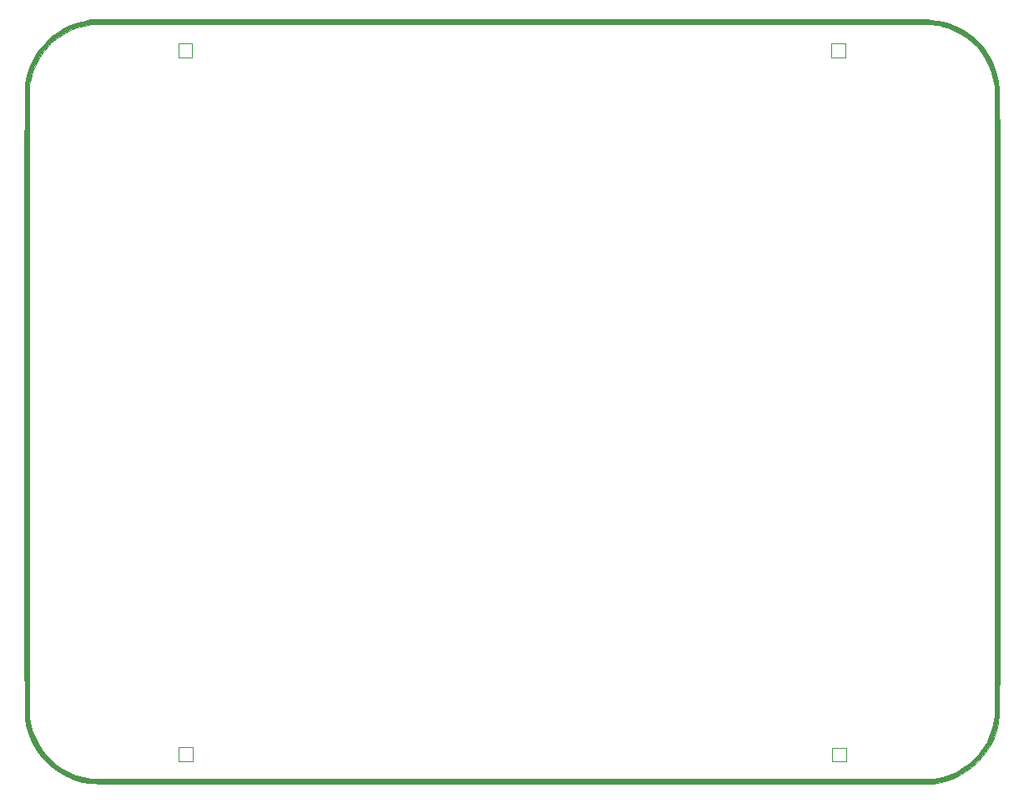
<source format=gbr>
G04 #@! TF.GenerationSoftware,KiCad,Pcbnew,5.1.2*
G04 #@! TF.CreationDate,2019-08-19T18:05:57-05:00*
G04 #@! TF.ProjectId,WordClock,576f7264-436c-46f6-936b-2e6b69636164,rev?*
G04 #@! TF.SameCoordinates,Original*
G04 #@! TF.FileFunction,Legend,Bot*
G04 #@! TF.FilePolarity,Positive*
%FSLAX46Y46*%
G04 Gerber Fmt 4.6, Leading zero omitted, Abs format (unit mm)*
G04 Created by KiCad (PCBNEW 5.1.2) date 2019-08-19 18:05:57*
%MOMM*%
%LPD*%
G04 APERTURE LIST*
%ADD10C,0.010000*%
%ADD11C,0.120000*%
G04 APERTURE END LIST*
D10*
G36*
X164917627Y-72291277D02*
G01*
X166505280Y-72291440D01*
X168020340Y-72291695D01*
X169463811Y-72292043D01*
X170836701Y-72292485D01*
X172140014Y-72293021D01*
X173374758Y-72293653D01*
X174541937Y-72294381D01*
X175642559Y-72295206D01*
X176677630Y-72296128D01*
X177648154Y-72297150D01*
X178555139Y-72298270D01*
X179399590Y-72299490D01*
X180182514Y-72300812D01*
X180904916Y-72302235D01*
X181567803Y-72303760D01*
X182172180Y-72305389D01*
X182719054Y-72307121D01*
X183209431Y-72308959D01*
X183644316Y-72310902D01*
X184024716Y-72312951D01*
X184351637Y-72315107D01*
X184626084Y-72317372D01*
X184849065Y-72319745D01*
X185021584Y-72322227D01*
X185144649Y-72324820D01*
X185219264Y-72327523D01*
X185236232Y-72328677D01*
X185902985Y-72411981D01*
X186519176Y-72540193D01*
X187109839Y-72720089D01*
X187700006Y-72958445D01*
X187891258Y-73047413D01*
X188304580Y-73256366D01*
X188667034Y-73466091D01*
X189010228Y-73696495D01*
X189365771Y-73967487D01*
X189415116Y-74007196D01*
X189998837Y-74533115D01*
X190520441Y-75114122D01*
X190977165Y-75744929D01*
X191366247Y-76420250D01*
X191684927Y-77134796D01*
X191930442Y-77883279D01*
X192100031Y-78660411D01*
X192179206Y-79299510D01*
X192181834Y-79373638D01*
X192184381Y-79529867D01*
X192186846Y-79765632D01*
X192189229Y-80078369D01*
X192191530Y-80465510D01*
X192193750Y-80924493D01*
X192195887Y-81452750D01*
X192197943Y-82047718D01*
X192199918Y-82706830D01*
X192201810Y-83427521D01*
X192203621Y-84207227D01*
X192205350Y-85043382D01*
X192206998Y-85933421D01*
X192208564Y-86874778D01*
X192210049Y-87864888D01*
X192211452Y-88901186D01*
X192212774Y-89981107D01*
X192214014Y-91102086D01*
X192215173Y-92261557D01*
X192216250Y-93456955D01*
X192217247Y-94685715D01*
X192218162Y-95945271D01*
X192218995Y-97233059D01*
X192219748Y-98546512D01*
X192220419Y-99883067D01*
X192221009Y-101240157D01*
X192221518Y-102615218D01*
X192221946Y-104005684D01*
X192222293Y-105408990D01*
X192222558Y-106822570D01*
X192222743Y-108243860D01*
X192222847Y-109670293D01*
X192222870Y-111099306D01*
X192222812Y-112528333D01*
X192222673Y-113954808D01*
X192222453Y-115376166D01*
X192222152Y-116789842D01*
X192221771Y-118193271D01*
X192221309Y-119583887D01*
X192220766Y-120959126D01*
X192220142Y-122316422D01*
X192219438Y-123653209D01*
X192218653Y-124966923D01*
X192217788Y-126254998D01*
X192216842Y-127514869D01*
X192215815Y-128743971D01*
X192214708Y-129939739D01*
X192213521Y-131099607D01*
X192212253Y-132221010D01*
X192210904Y-133301383D01*
X192209476Y-134338160D01*
X192207967Y-135328777D01*
X192206377Y-136270668D01*
X192204708Y-137161268D01*
X192202958Y-137998011D01*
X192201128Y-138778333D01*
X192199218Y-139499668D01*
X192197227Y-140159451D01*
X192195157Y-140755117D01*
X192193006Y-141284100D01*
X192190776Y-141743835D01*
X192188465Y-142131757D01*
X192186074Y-142445301D01*
X192183604Y-142681901D01*
X192181053Y-142838993D01*
X192178423Y-142914011D01*
X192178416Y-142914104D01*
X192071819Y-143718857D01*
X191885415Y-144498553D01*
X191620488Y-145249389D01*
X191278328Y-145967568D01*
X190966666Y-146490369D01*
X190501528Y-147127672D01*
X189975809Y-147708777D01*
X189395180Y-148230208D01*
X188765307Y-148688488D01*
X188091859Y-149080141D01*
X187380505Y-149401692D01*
X186636912Y-149649663D01*
X185866750Y-149820578D01*
X185439751Y-149879836D01*
X185383765Y-149882527D01*
X185265244Y-149885121D01*
X185083531Y-149887620D01*
X184837970Y-149890023D01*
X184527907Y-149892331D01*
X184152684Y-149894544D01*
X183711645Y-149896665D01*
X183204135Y-149898692D01*
X182629497Y-149900627D01*
X181987076Y-149902470D01*
X181276215Y-149904222D01*
X180496259Y-149905884D01*
X179646550Y-149907456D01*
X178726435Y-149908938D01*
X177735255Y-149910332D01*
X176672356Y-149911638D01*
X175537080Y-149912857D01*
X174328773Y-149913989D01*
X173046778Y-149915035D01*
X171690439Y-149915995D01*
X170259101Y-149916871D01*
X168752106Y-149917662D01*
X167168799Y-149918370D01*
X165508524Y-149918995D01*
X163770625Y-149919538D01*
X161954446Y-149919998D01*
X160059331Y-149920378D01*
X158084623Y-149920678D01*
X156029668Y-149920897D01*
X153893808Y-149921037D01*
X151676388Y-149921099D01*
X149376751Y-149921083D01*
X146994242Y-149920989D01*
X144528205Y-149920819D01*
X142661918Y-149920645D01*
X140348751Y-149920395D01*
X138118768Y-149920127D01*
X135970488Y-149919840D01*
X133902429Y-149919530D01*
X131913110Y-149919196D01*
X130001047Y-149918835D01*
X128164759Y-149918446D01*
X126402764Y-149918026D01*
X124713581Y-149917572D01*
X123095727Y-149917083D01*
X121547720Y-149916557D01*
X120068079Y-149915990D01*
X118655322Y-149915381D01*
X117307966Y-149914728D01*
X116024529Y-149914029D01*
X114803531Y-149913280D01*
X113643488Y-149912481D01*
X112542919Y-149911628D01*
X111500342Y-149910720D01*
X110514276Y-149909754D01*
X109583237Y-149908728D01*
X108705745Y-149907640D01*
X107880316Y-149906488D01*
X107105471Y-149905269D01*
X106379725Y-149903981D01*
X105701599Y-149902622D01*
X105069608Y-149901190D01*
X104482273Y-149899682D01*
X103938110Y-149898096D01*
X103435638Y-149896431D01*
X102973374Y-149894683D01*
X102549838Y-149892851D01*
X102163547Y-149890932D01*
X101813018Y-149888925D01*
X101496771Y-149886826D01*
X101213324Y-149884634D01*
X100961193Y-149882346D01*
X100738898Y-149879961D01*
X100544956Y-149877475D01*
X100377886Y-149874888D01*
X100236205Y-149872195D01*
X100118432Y-149869397D01*
X100023085Y-149866489D01*
X99948682Y-149863470D01*
X99893741Y-149860338D01*
X99856779Y-149857090D01*
X99850666Y-149856326D01*
X99079490Y-149710722D01*
X98335788Y-149488098D01*
X97624356Y-149192720D01*
X96949989Y-148828855D01*
X96317482Y-148400767D01*
X95731630Y-147912724D01*
X95197229Y-147368990D01*
X94719073Y-146773833D01*
X94301958Y-146131517D01*
X93950680Y-145446309D01*
X93670033Y-144722474D01*
X93527126Y-144230788D01*
X93512446Y-144175436D01*
X93498379Y-144126471D01*
X93484912Y-144082088D01*
X93472032Y-144040478D01*
X93459726Y-143999835D01*
X93447980Y-143958353D01*
X93436782Y-143914223D01*
X93426119Y-143865641D01*
X93415977Y-143810797D01*
X93406345Y-143747887D01*
X93397208Y-143675102D01*
X93388555Y-143590636D01*
X93380371Y-143492682D01*
X93372644Y-143379434D01*
X93365361Y-143249083D01*
X93358509Y-143099824D01*
X93352076Y-142929849D01*
X93346047Y-142737351D01*
X93340410Y-142520525D01*
X93335152Y-142277562D01*
X93330260Y-142006656D01*
X93325721Y-141706000D01*
X93321523Y-141373787D01*
X93317651Y-141008210D01*
X93314094Y-140607463D01*
X93310838Y-140169738D01*
X93307870Y-139693228D01*
X93305177Y-139176127D01*
X93302746Y-138616628D01*
X93300565Y-138012924D01*
X93298620Y-137363208D01*
X93296898Y-136665673D01*
X93295386Y-135918512D01*
X93294072Y-135119918D01*
X93292942Y-134268085D01*
X93291983Y-133361206D01*
X93291183Y-132397473D01*
X93290528Y-131375079D01*
X93290005Y-130292219D01*
X93289602Y-129147085D01*
X93289305Y-127937869D01*
X93289102Y-126662766D01*
X93288979Y-125319968D01*
X93288924Y-123907669D01*
X93288923Y-122424061D01*
X93288963Y-120867338D01*
X93289033Y-119235693D01*
X93289117Y-117527318D01*
X93289205Y-115740407D01*
X93289282Y-113873154D01*
X93289335Y-111923751D01*
X93289347Y-111134915D01*
X93289429Y-108887733D01*
X93289625Y-106720733D01*
X93289934Y-104634083D01*
X93290357Y-102627953D01*
X93290893Y-100702514D01*
X93291542Y-98857933D01*
X93292304Y-97094383D01*
X93293178Y-95412031D01*
X93294165Y-93811047D01*
X93295263Y-92291602D01*
X93296474Y-90853864D01*
X93297796Y-89498003D01*
X93299229Y-88224190D01*
X93300773Y-87032593D01*
X93302428Y-85923382D01*
X93304194Y-84896727D01*
X93306071Y-83952797D01*
X93308057Y-83091763D01*
X93310154Y-82313793D01*
X93312360Y-81619057D01*
X93314676Y-81007726D01*
X93317101Y-80479968D01*
X93319635Y-80035953D01*
X93322278Y-79675851D01*
X93325030Y-79399831D01*
X93327890Y-79208063D01*
X93330859Y-79100718D01*
X93332211Y-79080166D01*
X93351887Y-78953166D01*
X93775833Y-78953166D01*
X93775833Y-143215166D01*
X93872405Y-143691645D01*
X94068680Y-144456330D01*
X94339646Y-145186233D01*
X94682995Y-145876172D01*
X95096417Y-146520964D01*
X95187397Y-146644166D01*
X95370262Y-146868064D01*
X95600019Y-147122151D01*
X95856019Y-147385558D01*
X96117612Y-147637418D01*
X96364150Y-147856865D01*
X96485166Y-147955651D01*
X97113014Y-148393747D01*
X97786035Y-148761412D01*
X98499797Y-149056831D01*
X99249872Y-149278188D01*
X100031826Y-149423667D01*
X100083500Y-149430434D01*
X100131227Y-149431164D01*
X100261826Y-149431897D01*
X100473500Y-149432633D01*
X100764452Y-149433372D01*
X101132889Y-149434111D01*
X101577012Y-149434851D01*
X102095028Y-149435590D01*
X102685140Y-149436328D01*
X103345551Y-149437063D01*
X104074467Y-149437795D01*
X104870091Y-149438522D01*
X105730628Y-149439244D01*
X106654282Y-149439959D01*
X107639257Y-149440667D01*
X108683757Y-149441367D01*
X109785987Y-149442058D01*
X110944150Y-149442739D01*
X112156450Y-149443409D01*
X113421093Y-149444067D01*
X114736282Y-149444712D01*
X116100221Y-149445343D01*
X117511114Y-149445959D01*
X118967166Y-149446560D01*
X120466581Y-149447144D01*
X122007563Y-149447710D01*
X123588316Y-149448258D01*
X125207044Y-149448787D01*
X126861952Y-149449295D01*
X128551244Y-149449781D01*
X130273123Y-149450246D01*
X132025795Y-149450687D01*
X133807463Y-149451104D01*
X135616331Y-149451496D01*
X137450604Y-149451862D01*
X139308486Y-149452200D01*
X141188181Y-149452511D01*
X142713166Y-149452740D01*
X145015621Y-149453061D01*
X147234924Y-149453348D01*
X149372590Y-149453600D01*
X151430134Y-149453816D01*
X153409069Y-149453992D01*
X155310912Y-149454127D01*
X157137176Y-149454219D01*
X158889377Y-149454266D01*
X160569028Y-149454265D01*
X162177646Y-149454216D01*
X163716744Y-149454115D01*
X165187838Y-149453960D01*
X166592441Y-149453751D01*
X167932069Y-149453484D01*
X169208237Y-149453157D01*
X170422458Y-149452769D01*
X171576249Y-149452318D01*
X172671123Y-149451801D01*
X173708596Y-149451217D01*
X174690181Y-149450563D01*
X175617395Y-149449837D01*
X176491751Y-149449038D01*
X177314764Y-149448163D01*
X178087949Y-149447210D01*
X178812820Y-149446178D01*
X179490894Y-149445063D01*
X180123683Y-149443865D01*
X180712703Y-149442581D01*
X181259468Y-149441209D01*
X181765494Y-149439748D01*
X182232295Y-149438194D01*
X182661385Y-149436546D01*
X183054280Y-149434802D01*
X183412494Y-149432960D01*
X183737542Y-149431018D01*
X184030939Y-149428974D01*
X184294199Y-149426826D01*
X184528837Y-149424572D01*
X184736367Y-149422209D01*
X184918306Y-149419736D01*
X185076166Y-149417151D01*
X185211463Y-149414451D01*
X185325712Y-149411635D01*
X185420428Y-149408701D01*
X185497124Y-149405646D01*
X185557316Y-149402469D01*
X185602519Y-149399167D01*
X185634247Y-149395739D01*
X185638724Y-149395096D01*
X186402329Y-149238881D01*
X187131266Y-149007994D01*
X187821603Y-148706556D01*
X188469408Y-148338686D01*
X189070748Y-147908507D01*
X189621692Y-147420137D01*
X190118308Y-146877699D01*
X190556664Y-146285313D01*
X190932828Y-145647099D01*
X191242867Y-144967178D01*
X191482851Y-144249671D01*
X191648846Y-143498699D01*
X191711601Y-143030764D01*
X191714407Y-142960938D01*
X191717126Y-142809005D01*
X191719760Y-142577518D01*
X191722308Y-142269033D01*
X191724769Y-141886104D01*
X191727144Y-141431285D01*
X191729434Y-140907131D01*
X191731637Y-140316196D01*
X191733754Y-139661035D01*
X191735785Y-138944202D01*
X191737730Y-138168251D01*
X191739589Y-137335738D01*
X191741362Y-136449215D01*
X191743049Y-135511239D01*
X191744650Y-134524363D01*
X191746165Y-133491141D01*
X191747594Y-132414129D01*
X191748936Y-131295880D01*
X191750193Y-130138949D01*
X191751364Y-128945891D01*
X191752449Y-127719259D01*
X191753447Y-126461609D01*
X191754360Y-125175494D01*
X191755187Y-123863470D01*
X191755927Y-122528090D01*
X191756582Y-121171910D01*
X191757151Y-119797483D01*
X191757634Y-118407363D01*
X191758030Y-117004106D01*
X191758341Y-115590266D01*
X191758566Y-114168397D01*
X191758705Y-112741054D01*
X191758758Y-111310791D01*
X191758724Y-109880162D01*
X191758605Y-108451723D01*
X191758400Y-107028026D01*
X191758110Y-105611628D01*
X191757733Y-104205082D01*
X191757270Y-102810942D01*
X191756721Y-101431764D01*
X191756087Y-100070101D01*
X191755366Y-98728508D01*
X191754559Y-97409540D01*
X191753667Y-96115751D01*
X191752689Y-94849695D01*
X191751625Y-93613927D01*
X191750474Y-92411000D01*
X191749238Y-91243471D01*
X191747917Y-90113893D01*
X191746509Y-89024820D01*
X191745015Y-87978807D01*
X191743436Y-86978408D01*
X191741770Y-86026178D01*
X191740019Y-85124672D01*
X191738182Y-84276443D01*
X191736259Y-83484046D01*
X191734250Y-82750036D01*
X191732155Y-82076967D01*
X191729974Y-81467393D01*
X191727708Y-80923869D01*
X191725356Y-80448950D01*
X191722918Y-80045189D01*
X191720394Y-79715141D01*
X191717784Y-79461361D01*
X191715089Y-79286403D01*
X191712307Y-79192821D01*
X191711490Y-79181324D01*
X191592259Y-78418985D01*
X191396079Y-77684089D01*
X191126800Y-76981471D01*
X190788275Y-76315964D01*
X190384353Y-75692403D01*
X189918885Y-75115622D01*
X189395723Y-74590455D01*
X188818716Y-74121737D01*
X188191716Y-73714300D01*
X187518574Y-73372981D01*
X186892450Y-73131599D01*
X186474465Y-73003072D01*
X186087461Y-72908397D01*
X185689680Y-72838469D01*
X185355085Y-72796340D01*
X185291005Y-72793949D01*
X185144483Y-72791619D01*
X184917719Y-72789353D01*
X184612913Y-72787148D01*
X184232265Y-72785006D01*
X183777974Y-72782926D01*
X183252241Y-72780908D01*
X182657266Y-72778953D01*
X181995249Y-72777060D01*
X181268390Y-72775229D01*
X180478888Y-72773461D01*
X179628944Y-72771755D01*
X178720758Y-72770112D01*
X177756530Y-72768531D01*
X176738460Y-72767013D01*
X175668747Y-72765557D01*
X174549592Y-72764163D01*
X173383195Y-72762832D01*
X172171756Y-72761564D01*
X170917474Y-72760358D01*
X169622551Y-72759215D01*
X168289185Y-72758135D01*
X166919577Y-72757117D01*
X165515927Y-72756161D01*
X164080434Y-72755269D01*
X162615299Y-72754439D01*
X161122722Y-72753671D01*
X159604903Y-72752967D01*
X158064042Y-72752325D01*
X156502338Y-72751746D01*
X154921992Y-72751230D01*
X153325204Y-72750776D01*
X151714174Y-72750386D01*
X150091102Y-72750058D01*
X148458187Y-72749793D01*
X146817630Y-72749591D01*
X145171631Y-72749452D01*
X143522390Y-72749376D01*
X141872106Y-72749363D01*
X140222980Y-72749412D01*
X138577212Y-72749525D01*
X136937002Y-72749701D01*
X135304549Y-72749939D01*
X133682054Y-72750241D01*
X132071717Y-72750606D01*
X130475738Y-72751034D01*
X128896317Y-72751524D01*
X127335653Y-72752078D01*
X125795947Y-72752696D01*
X124279399Y-72753376D01*
X122788209Y-72754119D01*
X121324576Y-72754926D01*
X119890701Y-72755796D01*
X118488784Y-72756729D01*
X117121024Y-72757726D01*
X115789623Y-72758785D01*
X114496779Y-72759908D01*
X113244693Y-72761094D01*
X112035564Y-72762344D01*
X110871594Y-72763657D01*
X109754981Y-72765033D01*
X108687926Y-72766473D01*
X107672628Y-72767976D01*
X106711289Y-72769542D01*
X105806107Y-72771172D01*
X104959283Y-72772866D01*
X104173016Y-72774623D01*
X103449508Y-72776443D01*
X102790957Y-72778327D01*
X102199564Y-72780274D01*
X101677528Y-72782285D01*
X101227051Y-72784360D01*
X100850331Y-72786498D01*
X100549568Y-72788700D01*
X100326964Y-72790965D01*
X100184717Y-72793294D01*
X100125833Y-72795587D01*
X99345544Y-72925547D01*
X98596834Y-73132472D01*
X97883361Y-73414558D01*
X97208784Y-73769996D01*
X96576761Y-74196983D01*
X95990952Y-74693712D01*
X95708985Y-74975617D01*
X95207091Y-75565242D01*
X94776435Y-76198736D01*
X94416101Y-76877863D01*
X94125172Y-77604387D01*
X93902731Y-78380074D01*
X93873478Y-78508666D01*
X93775833Y-78953166D01*
X93351887Y-78953166D01*
X93441778Y-78372979D01*
X93611473Y-77701820D01*
X93848151Y-77043530D01*
X94096652Y-76497833D01*
X94363501Y-75999721D01*
X94648477Y-75552252D01*
X94970280Y-75129035D01*
X95347608Y-74703684D01*
X95426599Y-74620989D01*
X96003183Y-74077683D01*
X96614688Y-73608043D01*
X97265821Y-73209551D01*
X97961289Y-72879688D01*
X98705800Y-72615937D01*
X99504061Y-72415779D01*
X99575500Y-72401428D01*
X100041166Y-72309640D01*
X142374500Y-72295352D01*
X144827087Y-72294552D01*
X147196014Y-72293835D01*
X149482286Y-72293203D01*
X151686910Y-72292656D01*
X153810891Y-72292194D01*
X155855236Y-72291820D01*
X157820951Y-72291533D01*
X159709041Y-72291335D01*
X161520513Y-72291225D01*
X163256373Y-72291206D01*
X164917627Y-72291277D01*
X164917627Y-72291277D01*
G37*
X164917627Y-72291277D02*
X166505280Y-72291440D01*
X168020340Y-72291695D01*
X169463811Y-72292043D01*
X170836701Y-72292485D01*
X172140014Y-72293021D01*
X173374758Y-72293653D01*
X174541937Y-72294381D01*
X175642559Y-72295206D01*
X176677630Y-72296128D01*
X177648154Y-72297150D01*
X178555139Y-72298270D01*
X179399590Y-72299490D01*
X180182514Y-72300812D01*
X180904916Y-72302235D01*
X181567803Y-72303760D01*
X182172180Y-72305389D01*
X182719054Y-72307121D01*
X183209431Y-72308959D01*
X183644316Y-72310902D01*
X184024716Y-72312951D01*
X184351637Y-72315107D01*
X184626084Y-72317372D01*
X184849065Y-72319745D01*
X185021584Y-72322227D01*
X185144649Y-72324820D01*
X185219264Y-72327523D01*
X185236232Y-72328677D01*
X185902985Y-72411981D01*
X186519176Y-72540193D01*
X187109839Y-72720089D01*
X187700006Y-72958445D01*
X187891258Y-73047413D01*
X188304580Y-73256366D01*
X188667034Y-73466091D01*
X189010228Y-73696495D01*
X189365771Y-73967487D01*
X189415116Y-74007196D01*
X189998837Y-74533115D01*
X190520441Y-75114122D01*
X190977165Y-75744929D01*
X191366247Y-76420250D01*
X191684927Y-77134796D01*
X191930442Y-77883279D01*
X192100031Y-78660411D01*
X192179206Y-79299510D01*
X192181834Y-79373638D01*
X192184381Y-79529867D01*
X192186846Y-79765632D01*
X192189229Y-80078369D01*
X192191530Y-80465510D01*
X192193750Y-80924493D01*
X192195887Y-81452750D01*
X192197943Y-82047718D01*
X192199918Y-82706830D01*
X192201810Y-83427521D01*
X192203621Y-84207227D01*
X192205350Y-85043382D01*
X192206998Y-85933421D01*
X192208564Y-86874778D01*
X192210049Y-87864888D01*
X192211452Y-88901186D01*
X192212774Y-89981107D01*
X192214014Y-91102086D01*
X192215173Y-92261557D01*
X192216250Y-93456955D01*
X192217247Y-94685715D01*
X192218162Y-95945271D01*
X192218995Y-97233059D01*
X192219748Y-98546512D01*
X192220419Y-99883067D01*
X192221009Y-101240157D01*
X192221518Y-102615218D01*
X192221946Y-104005684D01*
X192222293Y-105408990D01*
X192222558Y-106822570D01*
X192222743Y-108243860D01*
X192222847Y-109670293D01*
X192222870Y-111099306D01*
X192222812Y-112528333D01*
X192222673Y-113954808D01*
X192222453Y-115376166D01*
X192222152Y-116789842D01*
X192221771Y-118193271D01*
X192221309Y-119583887D01*
X192220766Y-120959126D01*
X192220142Y-122316422D01*
X192219438Y-123653209D01*
X192218653Y-124966923D01*
X192217788Y-126254998D01*
X192216842Y-127514869D01*
X192215815Y-128743971D01*
X192214708Y-129939739D01*
X192213521Y-131099607D01*
X192212253Y-132221010D01*
X192210904Y-133301383D01*
X192209476Y-134338160D01*
X192207967Y-135328777D01*
X192206377Y-136270668D01*
X192204708Y-137161268D01*
X192202958Y-137998011D01*
X192201128Y-138778333D01*
X192199218Y-139499668D01*
X192197227Y-140159451D01*
X192195157Y-140755117D01*
X192193006Y-141284100D01*
X192190776Y-141743835D01*
X192188465Y-142131757D01*
X192186074Y-142445301D01*
X192183604Y-142681901D01*
X192181053Y-142838993D01*
X192178423Y-142914011D01*
X192178416Y-142914104D01*
X192071819Y-143718857D01*
X191885415Y-144498553D01*
X191620488Y-145249389D01*
X191278328Y-145967568D01*
X190966666Y-146490369D01*
X190501528Y-147127672D01*
X189975809Y-147708777D01*
X189395180Y-148230208D01*
X188765307Y-148688488D01*
X188091859Y-149080141D01*
X187380505Y-149401692D01*
X186636912Y-149649663D01*
X185866750Y-149820578D01*
X185439751Y-149879836D01*
X185383765Y-149882527D01*
X185265244Y-149885121D01*
X185083531Y-149887620D01*
X184837970Y-149890023D01*
X184527907Y-149892331D01*
X184152684Y-149894544D01*
X183711645Y-149896665D01*
X183204135Y-149898692D01*
X182629497Y-149900627D01*
X181987076Y-149902470D01*
X181276215Y-149904222D01*
X180496259Y-149905884D01*
X179646550Y-149907456D01*
X178726435Y-149908938D01*
X177735255Y-149910332D01*
X176672356Y-149911638D01*
X175537080Y-149912857D01*
X174328773Y-149913989D01*
X173046778Y-149915035D01*
X171690439Y-149915995D01*
X170259101Y-149916871D01*
X168752106Y-149917662D01*
X167168799Y-149918370D01*
X165508524Y-149918995D01*
X163770625Y-149919538D01*
X161954446Y-149919998D01*
X160059331Y-149920378D01*
X158084623Y-149920678D01*
X156029668Y-149920897D01*
X153893808Y-149921037D01*
X151676388Y-149921099D01*
X149376751Y-149921083D01*
X146994242Y-149920989D01*
X144528205Y-149920819D01*
X142661918Y-149920645D01*
X140348751Y-149920395D01*
X138118768Y-149920127D01*
X135970488Y-149919840D01*
X133902429Y-149919530D01*
X131913110Y-149919196D01*
X130001047Y-149918835D01*
X128164759Y-149918446D01*
X126402764Y-149918026D01*
X124713581Y-149917572D01*
X123095727Y-149917083D01*
X121547720Y-149916557D01*
X120068079Y-149915990D01*
X118655322Y-149915381D01*
X117307966Y-149914728D01*
X116024529Y-149914029D01*
X114803531Y-149913280D01*
X113643488Y-149912481D01*
X112542919Y-149911628D01*
X111500342Y-149910720D01*
X110514276Y-149909754D01*
X109583237Y-149908728D01*
X108705745Y-149907640D01*
X107880316Y-149906488D01*
X107105471Y-149905269D01*
X106379725Y-149903981D01*
X105701599Y-149902622D01*
X105069608Y-149901190D01*
X104482273Y-149899682D01*
X103938110Y-149898096D01*
X103435638Y-149896431D01*
X102973374Y-149894683D01*
X102549838Y-149892851D01*
X102163547Y-149890932D01*
X101813018Y-149888925D01*
X101496771Y-149886826D01*
X101213324Y-149884634D01*
X100961193Y-149882346D01*
X100738898Y-149879961D01*
X100544956Y-149877475D01*
X100377886Y-149874888D01*
X100236205Y-149872195D01*
X100118432Y-149869397D01*
X100023085Y-149866489D01*
X99948682Y-149863470D01*
X99893741Y-149860338D01*
X99856779Y-149857090D01*
X99850666Y-149856326D01*
X99079490Y-149710722D01*
X98335788Y-149488098D01*
X97624356Y-149192720D01*
X96949989Y-148828855D01*
X96317482Y-148400767D01*
X95731630Y-147912724D01*
X95197229Y-147368990D01*
X94719073Y-146773833D01*
X94301958Y-146131517D01*
X93950680Y-145446309D01*
X93670033Y-144722474D01*
X93527126Y-144230788D01*
X93512446Y-144175436D01*
X93498379Y-144126471D01*
X93484912Y-144082088D01*
X93472032Y-144040478D01*
X93459726Y-143999835D01*
X93447980Y-143958353D01*
X93436782Y-143914223D01*
X93426119Y-143865641D01*
X93415977Y-143810797D01*
X93406345Y-143747887D01*
X93397208Y-143675102D01*
X93388555Y-143590636D01*
X93380371Y-143492682D01*
X93372644Y-143379434D01*
X93365361Y-143249083D01*
X93358509Y-143099824D01*
X93352076Y-142929849D01*
X93346047Y-142737351D01*
X93340410Y-142520525D01*
X93335152Y-142277562D01*
X93330260Y-142006656D01*
X93325721Y-141706000D01*
X93321523Y-141373787D01*
X93317651Y-141008210D01*
X93314094Y-140607463D01*
X93310838Y-140169738D01*
X93307870Y-139693228D01*
X93305177Y-139176127D01*
X93302746Y-138616628D01*
X93300565Y-138012924D01*
X93298620Y-137363208D01*
X93296898Y-136665673D01*
X93295386Y-135918512D01*
X93294072Y-135119918D01*
X93292942Y-134268085D01*
X93291983Y-133361206D01*
X93291183Y-132397473D01*
X93290528Y-131375079D01*
X93290005Y-130292219D01*
X93289602Y-129147085D01*
X93289305Y-127937869D01*
X93289102Y-126662766D01*
X93288979Y-125319968D01*
X93288924Y-123907669D01*
X93288923Y-122424061D01*
X93288963Y-120867338D01*
X93289033Y-119235693D01*
X93289117Y-117527318D01*
X93289205Y-115740407D01*
X93289282Y-113873154D01*
X93289335Y-111923751D01*
X93289347Y-111134915D01*
X93289429Y-108887733D01*
X93289625Y-106720733D01*
X93289934Y-104634083D01*
X93290357Y-102627953D01*
X93290893Y-100702514D01*
X93291542Y-98857933D01*
X93292304Y-97094383D01*
X93293178Y-95412031D01*
X93294165Y-93811047D01*
X93295263Y-92291602D01*
X93296474Y-90853864D01*
X93297796Y-89498003D01*
X93299229Y-88224190D01*
X93300773Y-87032593D01*
X93302428Y-85923382D01*
X93304194Y-84896727D01*
X93306071Y-83952797D01*
X93308057Y-83091763D01*
X93310154Y-82313793D01*
X93312360Y-81619057D01*
X93314676Y-81007726D01*
X93317101Y-80479968D01*
X93319635Y-80035953D01*
X93322278Y-79675851D01*
X93325030Y-79399831D01*
X93327890Y-79208063D01*
X93330859Y-79100718D01*
X93332211Y-79080166D01*
X93351887Y-78953166D01*
X93775833Y-78953166D01*
X93775833Y-143215166D01*
X93872405Y-143691645D01*
X94068680Y-144456330D01*
X94339646Y-145186233D01*
X94682995Y-145876172D01*
X95096417Y-146520964D01*
X95187397Y-146644166D01*
X95370262Y-146868064D01*
X95600019Y-147122151D01*
X95856019Y-147385558D01*
X96117612Y-147637418D01*
X96364150Y-147856865D01*
X96485166Y-147955651D01*
X97113014Y-148393747D01*
X97786035Y-148761412D01*
X98499797Y-149056831D01*
X99249872Y-149278188D01*
X100031826Y-149423667D01*
X100083500Y-149430434D01*
X100131227Y-149431164D01*
X100261826Y-149431897D01*
X100473500Y-149432633D01*
X100764452Y-149433372D01*
X101132889Y-149434111D01*
X101577012Y-149434851D01*
X102095028Y-149435590D01*
X102685140Y-149436328D01*
X103345551Y-149437063D01*
X104074467Y-149437795D01*
X104870091Y-149438522D01*
X105730628Y-149439244D01*
X106654282Y-149439959D01*
X107639257Y-149440667D01*
X108683757Y-149441367D01*
X109785987Y-149442058D01*
X110944150Y-149442739D01*
X112156450Y-149443409D01*
X113421093Y-149444067D01*
X114736282Y-149444712D01*
X116100221Y-149445343D01*
X117511114Y-149445959D01*
X118967166Y-149446560D01*
X120466581Y-149447144D01*
X122007563Y-149447710D01*
X123588316Y-149448258D01*
X125207044Y-149448787D01*
X126861952Y-149449295D01*
X128551244Y-149449781D01*
X130273123Y-149450246D01*
X132025795Y-149450687D01*
X133807463Y-149451104D01*
X135616331Y-149451496D01*
X137450604Y-149451862D01*
X139308486Y-149452200D01*
X141188181Y-149452511D01*
X142713166Y-149452740D01*
X145015621Y-149453061D01*
X147234924Y-149453348D01*
X149372590Y-149453600D01*
X151430134Y-149453816D01*
X153409069Y-149453992D01*
X155310912Y-149454127D01*
X157137176Y-149454219D01*
X158889377Y-149454266D01*
X160569028Y-149454265D01*
X162177646Y-149454216D01*
X163716744Y-149454115D01*
X165187838Y-149453960D01*
X166592441Y-149453751D01*
X167932069Y-149453484D01*
X169208237Y-149453157D01*
X170422458Y-149452769D01*
X171576249Y-149452318D01*
X172671123Y-149451801D01*
X173708596Y-149451217D01*
X174690181Y-149450563D01*
X175617395Y-149449837D01*
X176491751Y-149449038D01*
X177314764Y-149448163D01*
X178087949Y-149447210D01*
X178812820Y-149446178D01*
X179490894Y-149445063D01*
X180123683Y-149443865D01*
X180712703Y-149442581D01*
X181259468Y-149441209D01*
X181765494Y-149439748D01*
X182232295Y-149438194D01*
X182661385Y-149436546D01*
X183054280Y-149434802D01*
X183412494Y-149432960D01*
X183737542Y-149431018D01*
X184030939Y-149428974D01*
X184294199Y-149426826D01*
X184528837Y-149424572D01*
X184736367Y-149422209D01*
X184918306Y-149419736D01*
X185076166Y-149417151D01*
X185211463Y-149414451D01*
X185325712Y-149411635D01*
X185420428Y-149408701D01*
X185497124Y-149405646D01*
X185557316Y-149402469D01*
X185602519Y-149399167D01*
X185634247Y-149395739D01*
X185638724Y-149395096D01*
X186402329Y-149238881D01*
X187131266Y-149007994D01*
X187821603Y-148706556D01*
X188469408Y-148338686D01*
X189070748Y-147908507D01*
X189621692Y-147420137D01*
X190118308Y-146877699D01*
X190556664Y-146285313D01*
X190932828Y-145647099D01*
X191242867Y-144967178D01*
X191482851Y-144249671D01*
X191648846Y-143498699D01*
X191711601Y-143030764D01*
X191714407Y-142960938D01*
X191717126Y-142809005D01*
X191719760Y-142577518D01*
X191722308Y-142269033D01*
X191724769Y-141886104D01*
X191727144Y-141431285D01*
X191729434Y-140907131D01*
X191731637Y-140316196D01*
X191733754Y-139661035D01*
X191735785Y-138944202D01*
X191737730Y-138168251D01*
X191739589Y-137335738D01*
X191741362Y-136449215D01*
X191743049Y-135511239D01*
X191744650Y-134524363D01*
X191746165Y-133491141D01*
X191747594Y-132414129D01*
X191748936Y-131295880D01*
X191750193Y-130138949D01*
X191751364Y-128945891D01*
X191752449Y-127719259D01*
X191753447Y-126461609D01*
X191754360Y-125175494D01*
X191755187Y-123863470D01*
X191755927Y-122528090D01*
X191756582Y-121171910D01*
X191757151Y-119797483D01*
X191757634Y-118407363D01*
X191758030Y-117004106D01*
X191758341Y-115590266D01*
X191758566Y-114168397D01*
X191758705Y-112741054D01*
X191758758Y-111310791D01*
X191758724Y-109880162D01*
X191758605Y-108451723D01*
X191758400Y-107028026D01*
X191758110Y-105611628D01*
X191757733Y-104205082D01*
X191757270Y-102810942D01*
X191756721Y-101431764D01*
X191756087Y-100070101D01*
X191755366Y-98728508D01*
X191754559Y-97409540D01*
X191753667Y-96115751D01*
X191752689Y-94849695D01*
X191751625Y-93613927D01*
X191750474Y-92411000D01*
X191749238Y-91243471D01*
X191747917Y-90113893D01*
X191746509Y-89024820D01*
X191745015Y-87978807D01*
X191743436Y-86978408D01*
X191741770Y-86026178D01*
X191740019Y-85124672D01*
X191738182Y-84276443D01*
X191736259Y-83484046D01*
X191734250Y-82750036D01*
X191732155Y-82076967D01*
X191729974Y-81467393D01*
X191727708Y-80923869D01*
X191725356Y-80448950D01*
X191722918Y-80045189D01*
X191720394Y-79715141D01*
X191717784Y-79461361D01*
X191715089Y-79286403D01*
X191712307Y-79192821D01*
X191711490Y-79181324D01*
X191592259Y-78418985D01*
X191396079Y-77684089D01*
X191126800Y-76981471D01*
X190788275Y-76315964D01*
X190384353Y-75692403D01*
X189918885Y-75115622D01*
X189395723Y-74590455D01*
X188818716Y-74121737D01*
X188191716Y-73714300D01*
X187518574Y-73372981D01*
X186892450Y-73131599D01*
X186474465Y-73003072D01*
X186087461Y-72908397D01*
X185689680Y-72838469D01*
X185355085Y-72796340D01*
X185291005Y-72793949D01*
X185144483Y-72791619D01*
X184917719Y-72789353D01*
X184612913Y-72787148D01*
X184232265Y-72785006D01*
X183777974Y-72782926D01*
X183252241Y-72780908D01*
X182657266Y-72778953D01*
X181995249Y-72777060D01*
X181268390Y-72775229D01*
X180478888Y-72773461D01*
X179628944Y-72771755D01*
X178720758Y-72770112D01*
X177756530Y-72768531D01*
X176738460Y-72767013D01*
X175668747Y-72765557D01*
X174549592Y-72764163D01*
X173383195Y-72762832D01*
X172171756Y-72761564D01*
X170917474Y-72760358D01*
X169622551Y-72759215D01*
X168289185Y-72758135D01*
X166919577Y-72757117D01*
X165515927Y-72756161D01*
X164080434Y-72755269D01*
X162615299Y-72754439D01*
X161122722Y-72753671D01*
X159604903Y-72752967D01*
X158064042Y-72752325D01*
X156502338Y-72751746D01*
X154921992Y-72751230D01*
X153325204Y-72750776D01*
X151714174Y-72750386D01*
X150091102Y-72750058D01*
X148458187Y-72749793D01*
X146817630Y-72749591D01*
X145171631Y-72749452D01*
X143522390Y-72749376D01*
X141872106Y-72749363D01*
X140222980Y-72749412D01*
X138577212Y-72749525D01*
X136937002Y-72749701D01*
X135304549Y-72749939D01*
X133682054Y-72750241D01*
X132071717Y-72750606D01*
X130475738Y-72751034D01*
X128896317Y-72751524D01*
X127335653Y-72752078D01*
X125795947Y-72752696D01*
X124279399Y-72753376D01*
X122788209Y-72754119D01*
X121324576Y-72754926D01*
X119890701Y-72755796D01*
X118488784Y-72756729D01*
X117121024Y-72757726D01*
X115789623Y-72758785D01*
X114496779Y-72759908D01*
X113244693Y-72761094D01*
X112035564Y-72762344D01*
X110871594Y-72763657D01*
X109754981Y-72765033D01*
X108687926Y-72766473D01*
X107672628Y-72767976D01*
X106711289Y-72769542D01*
X105806107Y-72771172D01*
X104959283Y-72772866D01*
X104173016Y-72774623D01*
X103449508Y-72776443D01*
X102790957Y-72778327D01*
X102199564Y-72780274D01*
X101677528Y-72782285D01*
X101227051Y-72784360D01*
X100850331Y-72786498D01*
X100549568Y-72788700D01*
X100326964Y-72790965D01*
X100184717Y-72793294D01*
X100125833Y-72795587D01*
X99345544Y-72925547D01*
X98596834Y-73132472D01*
X97883361Y-73414558D01*
X97208784Y-73769996D01*
X96576761Y-74196983D01*
X95990952Y-74693712D01*
X95708985Y-74975617D01*
X95207091Y-75565242D01*
X94776435Y-76198736D01*
X94416101Y-76877863D01*
X94125172Y-77604387D01*
X93902731Y-78380074D01*
X93873478Y-78508666D01*
X93775833Y-78953166D01*
X93351887Y-78953166D01*
X93441778Y-78372979D01*
X93611473Y-77701820D01*
X93848151Y-77043530D01*
X94096652Y-76497833D01*
X94363501Y-75999721D01*
X94648477Y-75552252D01*
X94970280Y-75129035D01*
X95347608Y-74703684D01*
X95426599Y-74620989D01*
X96003183Y-74077683D01*
X96614688Y-73608043D01*
X97265821Y-73209551D01*
X97961289Y-72879688D01*
X98705800Y-72615937D01*
X99504061Y-72415779D01*
X99575500Y-72401428D01*
X100041166Y-72309640D01*
X142374500Y-72295352D01*
X144827087Y-72294552D01*
X147196014Y-72293835D01*
X149482286Y-72293203D01*
X151686910Y-72292656D01*
X153810891Y-72292194D01*
X155855236Y-72291820D01*
X157820951Y-72291533D01*
X159709041Y-72291335D01*
X161520513Y-72291225D01*
X163256373Y-72291206D01*
X164917627Y-72291277D01*
D11*
X108940000Y-147620000D02*
X110340000Y-147620000D01*
X110340000Y-147620000D02*
X110340000Y-146220000D01*
X110340000Y-146220000D02*
X108940000Y-146220000D01*
X108940000Y-146220000D02*
X108940000Y-147620000D01*
X108900000Y-74760000D02*
X108900000Y-76160000D01*
X110300000Y-74760000D02*
X108900000Y-74760000D01*
X110300000Y-76160000D02*
X110300000Y-74760000D01*
X108900000Y-76160000D02*
X110300000Y-76160000D01*
X175250000Y-147640000D02*
X176650000Y-147640000D01*
X176650000Y-147640000D02*
X176650000Y-146240000D01*
X176650000Y-146240000D02*
X175250000Y-146240000D01*
X175250000Y-146240000D02*
X175250000Y-147640000D01*
X175180000Y-74750000D02*
X175180000Y-76150000D01*
X176580000Y-74750000D02*
X175180000Y-74750000D01*
X176580000Y-76150000D02*
X176580000Y-74750000D01*
X175180000Y-76150000D02*
X176580000Y-76150000D01*
M02*

</source>
